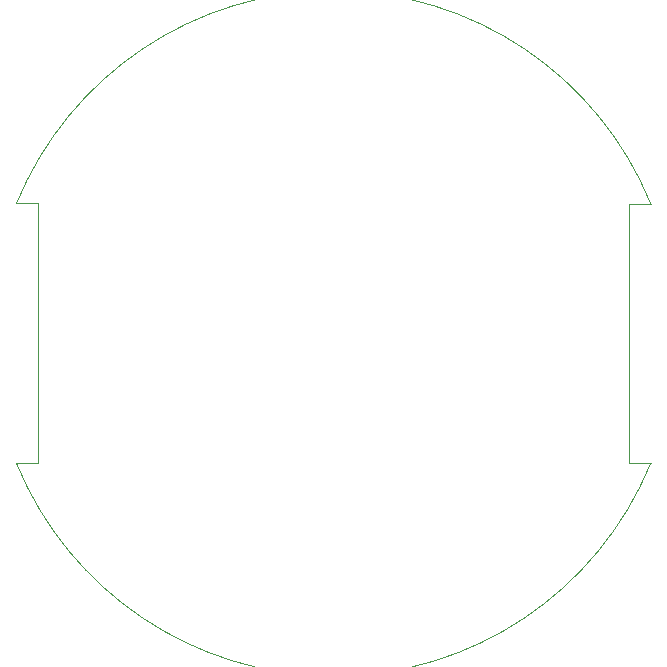
<source format=gbr>
%TF.GenerationSoftware,KiCad,Pcbnew,9.0.2*%
%TF.CreationDate,2025-11-10T02:45:49+09:00*%
%TF.ProjectId,Pmod_PLED,506d6f64-5f50-44c4-9544-2e6b69636164,rev?*%
%TF.SameCoordinates,Original*%
%TF.FileFunction,Profile,NP*%
%FSLAX46Y46*%
G04 Gerber Fmt 4.6, Leading zero omitted, Abs format (unit mm)*
G04 Created by KiCad (PCBNEW 9.0.2) date 2025-11-10 02:45:49*
%MOMM*%
%LPD*%
G01*
G04 APERTURE LIST*
%TA.AperFunction,Profile*%
%ADD10C,0.100000*%
%TD*%
G04 APERTURE END LIST*
D10*
X168703146Y-100161117D02*
G75*
G02*
X115011200Y-100152200I-26844146J11007117D01*
G01*
X166852600Y-78155800D02*
X168706799Y-78155800D01*
X166859000Y-100152200D02*
X168703146Y-100161116D01*
X116859000Y-78154000D02*
X116859000Y-100152200D01*
X115011200Y-78155800D02*
G75*
G02*
X168706800Y-78155800I26847800J-10998200D01*
G01*
X166852600Y-78155800D02*
X166859000Y-100152200D01*
X116859000Y-78154000D02*
X115011200Y-78154000D01*
X116859000Y-100152200D02*
X115011200Y-100152200D01*
M02*

</source>
